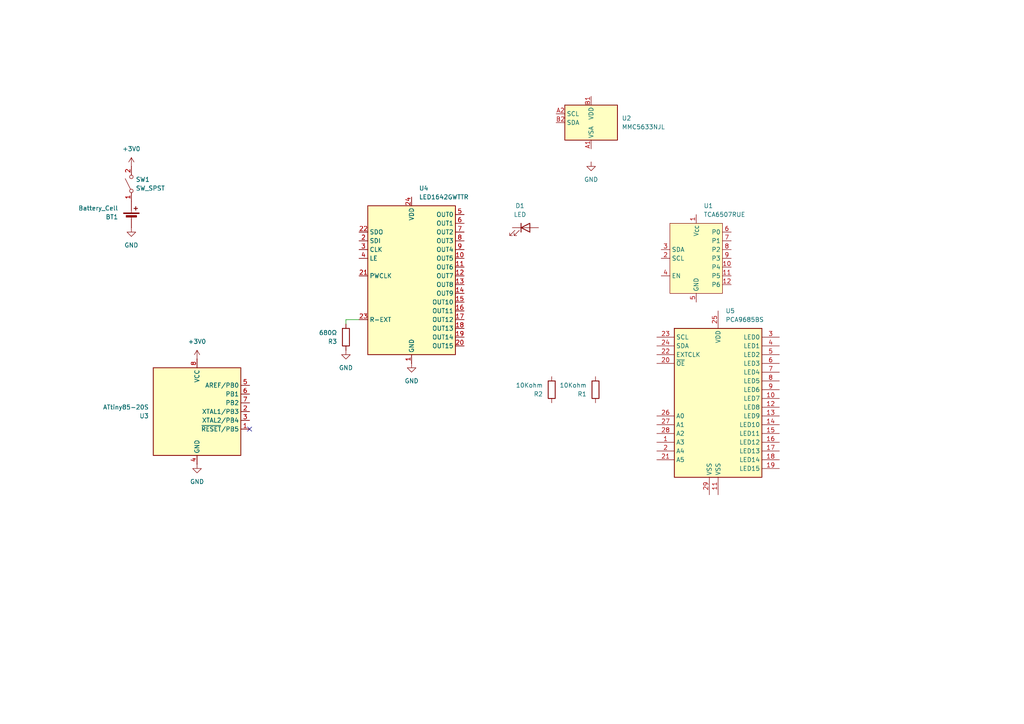
<source format=kicad_sch>
(kicad_sch (version 20250114) (generator "eeschema") (generator_version "9.0")
  (paper "A4")
  (lib_symbols
    (symbol "Device:Battery_Cell" (pin_numbers (hide yes)) (pin_names (offset 0) (hide yes))
      (property "Reference" "BT" (at 2.54 2.54 0))
      (property "Value" "Battery_Cell" (at 2.54 0 0))
      (symbol "Battery_Cell_0_1"
        (rectangle (start -2.286 1.778) (end 2.286 1.524) (fill (type outline)))
        (rectangle (start -1.524 1.016) (end 1.524 0.508) (fill (type outline)))
        (polyline (pts (xy 0 1.778) (xy 0 2.54)))
        (polyline (pts (xy 0 0.762) (xy 0 0)))
        (polyline (pts (xy 0.762 3.048) (xy 1.778 3.048)) (stroke (width 0.254)))
        (polyline (pts (xy 1.27 3.556) (xy 1.27 2.54)) (stroke (width 0.254)))
      )
      (symbol "Battery_Cell_1_1"
        (pin passive line (at 0 5.08 270) (length 2.54) (name "+") (number "1"))
        (pin passive line (at 0 -2.54 90) (length 2.54) (name "-") (number "2"))
      )
    )
    (symbol "Device:LED" (pin_numbers (hide yes)) (pin_names (offset 1.016) (hide yes))
      (property "Reference" "D" (at 0 2.54 0))
      (property "Value" "LED" (at 0 -2.54 0))
      (symbol "LED_0_1"
        (polyline (pts (xy -3.048 -0.762) (xy -4.572 -2.286) (xy -3.81 -2.286) (xy -4.572 -2.286) (xy -4.572 -1.524)))
        (polyline (pts (xy -1.778 -0.762) (xy -3.302 -2.286) (xy -2.54 -2.286) (xy -3.302 -2.286) (xy -3.302 -1.524)))
        (polyline (pts (xy -1.27 0) (xy 1.27 0)))
        (polyline (pts (xy -1.27 -1.27) (xy -1.27 1.27)) (stroke (width 0.254)))
        (polyline (pts (xy 1.27 -1.27) (xy 1.27 1.27) (xy -1.27 0) (xy 1.27 -1.27)) (stroke (width 0.254)))
      )
      (symbol "LED_1_1"
        (pin passive line (at -3.81 0 0) (length 2.54) (name "K") (number "1"))
        (pin passive line (at 3.81 0 180) (length 2.54) (name "A") (number "2"))
      )
    )
    (symbol "Device:R" (pin_numbers (hide yes)) (pin_names (offset 0))
      (property "Reference" "R" (at 2.032 0 90))
      (property "Value" "R" (at 0 0 90))
      (symbol "R_0_1"
        (rectangle (start -1.016 -2.54) (end 1.016 2.54) (stroke (width 0.254)))
      )
      (symbol "R_1_1"
        (pin passive line (at 0 3.81 270) (length 1.27) (name "~") (number "1"))
        (pin passive line (at 0 -3.81 90) (length 1.27) (name "~") (number "2"))
      )
    )
    (symbol "Driver_LED:LED1642GWTTR"
      (property "Reference" "U" (at -12.7 21.59 0))
      (property "Value" "LED1642GWTTR" (at 2.54 21.59 0))
      (symbol "LED1642GWTTR_0_1"
        (rectangle (start -12.7 20.32) (end 12.7 -22.86) (stroke (width 0.254)) (fill (type background)))
      )
      (symbol "LED1642GWTTR_1_1"
        (pin output line (at -15.24 12.7 0) (length 2.54) (name "SDO") (number "22"))
        (pin input line (at -15.24 10.16 0) (length 2.54) (name "SDI") (number "2"))
        (pin input line (at -15.24 7.62 0) (length 2.54) (name "CLK") (number "3"))
        (pin input line (at -15.24 5.08 0) (length 2.54) (name "LE") (number "4"))
        (pin input line (at -15.24 0 0) (length 2.54) (name "PWCLK") (number "21"))
        (pin passive line (at -15.24 -12.7 0) (length 2.54) (name "R-EXT") (number "23"))
        (pin power_in line (at 0 22.86 270) (length 2.54) (name "VDD") (number "24"))
        (pin power_in line (at 0 -25.4 90) (length 2.54) (name "GND") (number "1"))
        (pin output line (at 15.24 17.78 180) (length 2.54) (name "OUT0") (number "5"))
        (pin output line (at 15.24 15.24 180) (length 2.54) (name "OUT1") (number "6"))
        (pin output line (at 15.24 12.7 180) (length 2.54) (name "OUT2") (number "7"))
        (pin output line (at 15.24 10.16 180) (length 2.54) (name "OUT3") (number "8"))
        (pin output line (at 15.24 7.62 180) (length 2.54) (name "OUT4") (number "9"))
        (pin output line (at 15.24 5.08 180) (length 2.54) (name "OUT5") (number "10"))
        (pin output line (at 15.24 2.54 180) (length 2.54) (name "OUT6") (number "11"))
        (pin output line (at 15.24 0 180) (length 2.54) (name "OUT7") (number "12"))
        (pin output line (at 15.24 -2.54 180) (length 2.54) (name "OUT8") (number "13"))
        (pin output line (at 15.24 -5.08 180) (length 2.54) (name "OUT9") (number "14"))
        (pin output line (at 15.24 -7.62 180) (length 2.54) (name "OUT10") (number "15"))
        (pin output line (at 15.24 -10.16 180) (length 2.54) (name "OUT11") (number "16"))
        (pin output line (at 15.24 -12.7 180) (length 2.54) (name "OUT12") (number "17"))
        (pin output line (at 15.24 -15.24 180) (length 2.54) (name "OUT13") (number "18"))
        (pin output line (at 15.24 -17.78 180) (length 2.54) (name "OUT14") (number "19"))
        (pin output line (at 15.24 -20.32 180) (length 2.54) (name "OUT15") (number "20"))
      )
    )
    (symbol "Driver_LED:PCA9685BS"
      (property "Reference" "U" (at -12.7 22.225 0))
      (property "Value" "PCA9685BS" (at 1.27 22.225 0))
      (symbol "PCA9685BS_0_1"
        (rectangle (start -12.7 20.32) (end 12.7 -22.86) (stroke (width 0.254)) (fill (type background)))
      )
      (symbol "PCA9685BS_1_1"
        (pin input line (at -17.78 17.78 0) (length 5.08) (name "SCL") (number "23"))
        (pin bidirectional line (at -17.78 15.24 0) (length 5.08) (name "SDA") (number "24"))
        (pin input line (at -17.78 12.7 0) (length 5.08) (name "EXTCLK") (number "22"))
        (pin input line (at -17.78 10.16 0) (length 5.08) (name "~{OE}") (number "20"))
        (pin input line (at -17.78 -5.08 0) (length 5.08) (name "A0") (number "26"))
        (pin input line (at -17.78 -7.62 0) (length 5.08) (name "A1") (number "27"))
        (pin input line (at -17.78 -10.16 0) (length 5.08) (name "A2") (number "28"))
        (pin input line (at -17.78 -12.7 0) (length 5.08) (name "A3") (number "1"))
        (pin input line (at -17.78 -15.24 0) (length 5.08) (name "A4") (number "2"))
        (pin input line (at -17.78 -17.78 0) (length 5.08) (name "A5") (number "21"))
        (pin power_in line (at -2.54 -27.94 90) (length 5.08) (name "VSS") (number "29"))
        (pin power_in line (at 0 25.4 270) (length 5.08) (name "VDD") (number "25"))
        (pin power_in line (at 0 -27.94 90) (length 5.08) (name "VSS") (number "11"))
        (pin output line (at 17.78 17.78 180) (length 5.08) (name "LED0") (number "3"))
        (pin output line (at 17.78 15.24 180) (length 5.08) (name "LED1") (number "4"))
        (pin output line (at 17.78 12.7 180) (length 5.08) (name "LED2") (number "5"))
        (pin output line (at 17.78 10.16 180) (length 5.08) (name "LED3") (number "6"))
        (pin output line (at 17.78 7.62 180) (length 5.08) (name "LED4") (number "7"))
        (pin output line (at 17.78 5.08 180) (length 5.08) (name "LED5") (number "8"))
        (pin output line (at 17.78 2.54 180) (length 5.08) (name "LED6") (number "9"))
        (pin output line (at 17.78 0 180) (length 5.08) (name "LED7") (number "10"))
        (pin output line (at 17.78 -2.54 180) (length 5.08) (name "LED8") (number "12"))
        (pin output line (at 17.78 -5.08 180) (length 5.08) (name "LED9") (number "13"))
        (pin output line (at 17.78 -7.62 180) (length 5.08) (name "LED10") (number "14"))
        (pin output line (at 17.78 -10.16 180) (length 5.08) (name "LED11") (number "15"))
        (pin output line (at 17.78 -12.7 180) (length 5.08) (name "LED12") (number "16"))
        (pin output line (at 17.78 -15.24 180) (length 5.08) (name "LED13") (number "17"))
        (pin output line (at 17.78 -17.78 180) (length 5.08) (name "LED14") (number "18"))
        (pin output line (at 17.78 -20.32 180) (length 5.08) (name "LED15") (number "19"))
      )
    )
    (symbol "Driver_LED:TCA6507RUE"
      (property "Reference" "U" (at 2.54 15.24 0))
      (property "Value" "TCA6507RUE" (at 7.62 12.7 0))
      (symbol "TCA6507RUE_1_1"
        (rectangle (start -7.62 10.16) (end 7.62 -10.16) (fill (type background)))
        (pin bidirectional line (at -10.16 2.54 0) (length 2.54) (name "SDA") (number "3"))
        (pin input line (at -10.16 0 0) (length 2.54) (name "SCL") (number "2"))
        (pin input line (at -10.16 -5.08 0) (length 2.54) (name "EN") (number "4"))
        (pin power_in line (at 0 12.7 270) (length 2.54) (name "V_{CC}") (number "1"))
        (pin power_in line (at 0 -12.7 90) (length 2.54) (name "GND") (number "5"))
        (pin open_collector line (at 10.16 7.62 180) (length 2.54) (name "P0") (number "6"))
        (pin open_collector line (at 10.16 5.08 180) (length 2.54) (name "P1") (number "7"))
        (pin open_collector line (at 10.16 2.54 180) (length 2.54) (name "P2") (number "8"))
        (pin open_collector line (at 10.16 0 180) (length 2.54) (name "P3") (number "9"))
        (pin open_collector line (at 10.16 -2.54 180) (length 2.54) (name "P4") (number "10"))
        (pin open_collector line (at 10.16 -5.08 180) (length 2.54) (name "P5") (number "11"))
        (pin open_collector line (at 10.16 -7.62 180) (length 2.54) (name "P6") (number "12"))
      )
    )
    (symbol "MCU_Microchip_ATtiny:ATtiny85-20S"
      (property "Reference" "U" (at -12.7 13.97 0))
      (property "Value" "ATtiny85-20S" (at 2.54 -13.97 0))
      (symbol "ATtiny85-20S_0_1"
        (rectangle (start -12.7 -12.7) (end 12.7 12.7) (stroke (width 0.254)) (fill (type background)))
      )
      (symbol "ATtiny85-20S_1_1"
        (pin power_in line (at 0 15.24 270) (length 2.54) (name "VCC") (number "8"))
        (pin power_in line (at 0 -15.24 90) (length 2.54) (name "GND") (number "4"))
        (pin bidirectional line (at 15.24 7.62 180) (length 2.54) (name "AREF/PB0") (number "5"))
        (pin bidirectional line (at 15.24 5.08 180) (length 2.54) (name "PB1") (number "6"))
        (pin bidirectional line (at 15.24 2.54 180) (length 2.54) (name "PB2") (number "7"))
        (pin bidirectional line (at 15.24 0 180) (length 2.54) (name "XTAL1/PB3") (number "2"))
        (pin bidirectional line (at 15.24 -2.54 180) (length 2.54) (name "XTAL2/PB4") (number "3"))
        (pin bidirectional line (at 15.24 -5.08 180) (length 2.54) (name "~{RESET}/PB5") (number "1"))
      )
    )
    (symbol "Sensor_Magnetic:MMC5633NJL"
      (property "Reference" "U" (at -2.54 8.255 0))
      (property "Value" "MMC5633NJL" (at -2.54 6.35 0))
      (symbol "MMC5633NJL_0_1"
        (rectangle (start -7.62 -5.08) (end 7.62 5.08) (stroke (width 0.254)) (fill (type background)))
      )
      (symbol "MMC5633NJL_1_1"
        (pin input line (at -10.16 2.54 0) (length 2.54) (name "SCL") (number "A2"))
        (pin bidirectional line (at -10.16 0 0) (length 2.54) (name "SDA") (number "B2"))
        (pin power_in line (at 0 7.62 270) (length 2.54) (name "VDD") (number "B1"))
        (pin power_in line (at 0 -7.62 90) (length 2.54) (name "VSA") (number "A1"))
      )
    )
    (symbol "Switch:SW_SPST" (pin_names (offset 0) (hide yes))
      (property "Reference" "SW" (at 0 3.175 0))
      (property "Value" "SW_SPST" (at 0 -2.54 0))
      (symbol "SW_SPST_0_0"
        (circle (center -2.032 0) (radius 0.508))
        (polyline (pts (xy -1.524 0.254) (xy 1.524 1.778)))
        (circle (center 2.032 0) (radius 0.508))
      )
      (symbol "SW_SPST_1_1"
        (pin passive line (at -5.08 0 0) (length 2.54) (name "A") (number "1"))
        (pin passive line (at 5.08 0 180) (length 2.54) (name "B") (number "2"))
      )
    )
    (symbol "power:+3V0" (power) (pin_numbers (hide yes)) (pin_names (offset 0) (hide yes))
      (property "Value" "+3V0" (at 0 3.556 0))
      (symbol "+3V0_0_1"
        (polyline (pts (xy -0.762 1.27) (xy 0 2.54)))
        (polyline (pts (xy 0 2.54) (xy 0.762 1.27)))
        (polyline (pts (xy 0 0) (xy 0 2.54)))
      )
      (symbol "+3V0_1_1"
        (pin power_in line (at 0 0 90) (length 0) (name "~") (number "1"))
      )
    )
    (symbol "power:GND" (power) (pin_numbers (hide yes)) (pin_names (offset 0) (hide yes))
      (property "Value" "GND" (at 0 -3.81 0))
      (symbol "GND_0_1"
        (polyline (pts (xy 0 0) (xy 0 -1.27) (xy 1.27 -1.27) (xy 0 -2.54) (xy -1.27 -1.27) (xy 0 -1.27)))
      )
      (symbol "GND_1_1"
        (pin power_in line (at 0 0 270) (length 0) (name "~") (number "1"))
      )
    )
  )
  (no_connect (at 72.39 124.46))
  (wire (pts (xy 100.33 92.71) (xy 104.14 92.71)))
  (wire (pts (xy 100.33 93.98) (xy 100.33 92.71)))
  (symbol (lib_id "Driver_LED:LED1642GWTTR") (at 119.38 80.01 0) (unit 1)
    (property "Reference" "U4" (at 121.5233 54.61 0) (effects (justify left)))
    (property "Value" "LED1642GWTTR" (at 121.5233 57.15 0) (effects (justify left)))
    (property "Footprint" "Package_SO:TSSOP-24_4.4x7.8mm_P0.65mm" (effects (hide yes)))
    (property "Datasheet" "https://www.st.com/resource/en/datasheet/led1642gw.pdf" (effects (hide yes)))
    (property "Description" "16-channel LED driver with error detection, current gain control and 12/16 bit PWM brightness control, TSSOP-24" (effects (hide yes)))
  )
  (symbol (lib_id "power:GND") (at 57.15 134.62 0) (unit 1)
    (property "Reference" "#PWR03" (effects (hide yes)))
    (property "Value" "GND" (at 57.15 139.7 0))
    (property "Description" "Power symbol creates a global label with name \"GND\" , ground" (effects (hide yes)))
  )
  (symbol (lib_id "Device:R") (at 100.33 97.79 180) (unit 1)
    (property "Reference" "R3" (at 97.79 99.0601 0) (effects (justify left)))
    (property "Value" "680Ω" (at 97.79 96.5201 0) (effects (justify left)))
    (property "Footprint" "Resistor_SMD:R_0805_2012Metric_Pad1.20x1.40mm_HandSolder" (effects (hide yes)))
    (property "Description" "Resistor" (effects (hide yes)))
  )
  (symbol (lib_id "Sensor_Magnetic:MMC5633NJL") (at 171.45 35.56 0) (unit 1)
    (property "Reference" "U2" (at 180.34 34.2899 0) (effects (justify left)))
    (property "Value" "MMC5633NJL" (at 180.34 36.8299 0) (effects (justify left)))
    (property "Footprint" "Package_BGA:WLP-4_0.86x0.86mm_P0.4mm" (effects (hide yes)))
    (property "Datasheet" "http://www.memsic.com/uploadfiles/2020/08/20200827165106864.pdf" (effects (hide yes)))
    (property "Description" "3-axis AMR Magnetometer, 30 G, I2C & I3C  Interface, 2mG RMS, WLP-4" (effects (hide yes)))
  )
  (symbol (lib_id "Device:R") (at 172.72 113.03 180) (unit 1)
    (property "Reference" "R1" (at 170.18 114.3001 0) (effects (justify left)))
    (property "Value" "10Kohm" (at 170.18 111.7601 0) (effects (justify left)))
    (property "Footprint" "Resistor_SMD:R_0805_2012Metric_Pad1.20x1.40mm_HandSolder" (effects (hide yes)))
    (property "Description" "Resistor" (effects (hide yes)))
  )
  (symbol (lib_id "Driver_LED:TCA6507RUE") (at 201.93 74.93 0) (unit 1)
    (property "Reference" "U1" (at 204.0733 59.69 0) (effects (justify left)))
    (property "Value" "TCA6507RUE" (at 204.0733 62.23 0) (effects (justify left)))
    (property "Footprint" "Package_DFN_QFN:Texas_X2QFN-RUE-12_1.4x2mm_P0.4mm" (effects (hide yes)))
    (property "Datasheet" "https://www.ti.com/lit/gpn/tca6507" (effects (hide yes)))
    (property "Description" "7-bit I2C/SMBus LED driver with intensity control, X2QFN-12" (effects (hide yes)))
  )
  (symbol (lib_id "Switch:SW_SPST") (at 38.1 53.34 90) (unit 1)
    (property "Reference" "SW1" (at 39.37 52.0699 90) (effects (justify right)))
    (property "Value" "SW_SPST" (at 39.37 54.6099 90) (effects (justify right)))
    (property "Footprint" "Button_Switch_SMD:SW_SPST_B3U-1000P" (effects (hide yes)))
    (property "Description" "Single Pole Single Throw (SPST) switch" (effects (hide yes)))
  )
  (symbol (lib_id "power:+3V0") (at 57.15 104.14 0) (unit 1)
    (property "Reference" "#PWR06" (effects (hide yes)))
    (property "Value" "+3V0" (at 57.15 99.06 0))
    (property "Description" "Power symbol creates a global label with name \"+3V0\"" (effects (hide yes)))
  )
  (symbol (lib_id "power:GND") (at 119.38 105.41 0) (unit 1)
    (property "Reference" "#PWR05" (effects (hide yes)))
    (property "Value" "GND" (at 119.38 110.49 0))
    (property "Description" "Power symbol creates a global label with name \"GND\" , ground" (effects (hide yes)))
  )
  (symbol (lib_id "Device:R") (at 160.02 113.03 180) (unit 1)
    (property "Reference" "R2" (at 157.48 114.3001 0) (effects (justify left)))
    (property "Value" "10Kohm" (at 157.48 111.7601 0) (effects (justify left)))
    (property "Footprint" "Resistor_SMD:R_0805_2012Metric_Pad1.20x1.40mm_HandSolder" (effects (hide yes)))
    (property "Description" "Resistor" (effects (hide yes)))
  )
  (symbol (lib_id "Driver_LED:PCA9685BS") (at 208.28 115.57 0) (unit 1)
    (property "Reference" "U5" (at 210.4233 90.17 0) (effects (justify left)))
    (property "Value" "PCA9685BS" (at 210.4233 92.71 0) (effects (justify left)))
    (property "Footprint" "Package_DFN_QFN:QFN-28-1EP_6x6mm_P0.65mm_EP4.25x4.25mm" (effects (hide yes)))
    (property "Datasheet" "http://www.nxp.com/docs/en/data-sheet/PCA9685.pdf" (effects (hide yes)))
    (property "Description" "16-channel 12-bit PWM Fm+ I2C-bus LED controller RGBA QFN" (effects (hide yes)))
  )
  (symbol (lib_id "power:GND") (at 171.45 46.99 0) (unit 1)
    (property "Reference" "#PWR04" (effects (hide yes)))
    (property "Value" "GND" (at 171.45 52.07 0))
    (property "Description" "Power symbol creates a global label with name \"GND\" , ground" (effects (hide yes)))
  )
  (symbol (lib_id "power:GND") (at 38.1 66.04 0) (unit 1)
    (property "Reference" "#PWR02" (effects (hide yes)))
    (property "Value" "GND" (at 38.1 71.12 0))
    (property "Description" "Power symbol creates a global label with name \"GND\" , ground" (effects (hide yes)))
  )
  (symbol (lib_id "power:+3V0") (at 38.1 48.26 0) (unit 1)
    (property "Reference" "#PWR01" (effects (hide yes)))
    (property "Value" "+3V0" (at 38.1 43.18 0))
    (property "Description" "Power symbol creates a global label with name \"+3V0\"" (effects (hide yes)))
  )
  (symbol (lib_id "Device:LED") (at 152.4 66.04 0) (unit 1)
    (property "Reference" "D1" (at 150.8125 59.69 0))
    (property "Value" "LED" (at 150.8125 62.23 0))
    (property "Description" "Light emitting diode" (effects (hide yes)))
    (property "Sim.Pins" "1=K 2=A" (effects (hide yes)))
  )
  (symbol (lib_id "Device:Battery_Cell") (at 38.1 63.5 0) (unit 1)
    (property "Reference" "BT1" (at 34.29 62.9286 0) (effects (justify right)))
    (property "Value" "Battery_Cell" (at 34.29 60.3886 0) (effects (justify right)))
    (property "Footprint" "Battery:BatteryHolder_Keystone_3034_1x20mm" (effects (hide yes)))
    (property "Description" "Single-cell battery" (effects (hide yes)))
  )
  (symbol (lib_id "MCU_Microchip_ATtiny:ATtiny85-20S") (at 57.15 119.38 0) (unit 1)
    (property "Reference" "U3" (at 43.18 120.6501 0) (effects (justify right)))
    (property "Value" "ATtiny85-20S" (at 43.18 118.1101 0) (effects (justify right)))
    (property "Footprint" "Package_SO:SOIC-8_5.3x5.3mm_P1.27mm" (effects (hide yes)))
    (property "Datasheet" "http://ww1.microchip.com/downloads/en/DeviceDoc/atmel-2586-avr-8-bit-microcontroller-attiny25-attiny45-attiny85_datasheet.pdf" (effects (hide yes)))
    (property "Description" "20MHz, 8kB Flash, 512B SRAM, 512B EEPROM, debugWIRE, SOIC-8" (effects (hide yes)))
  )
  (symbol (lib_id "power:GND") (at 100.33 101.6 0) (unit 1)
    (property "Reference" "#PWR07" (effects (hide yes)))
    (property "Value" "GND" (at 100.33 106.68 0))
    (property "Description" "Power symbol creates a global label with name \"GND\" , ground" (effects (hide yes)))
  )
)
</source>
